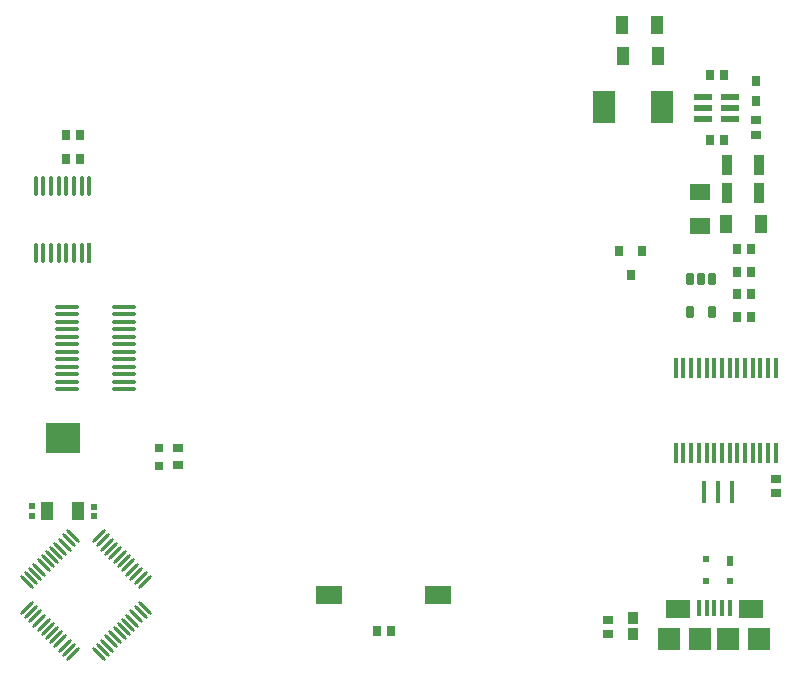
<source format=gbp>
G04*
G04 #@! TF.GenerationSoftware,Altium Limited,Altium Designer,22.4.2 (48)*
G04*
G04 Layer_Color=128*
%FSLAX25Y25*%
%MOIN*%
G70*
G04*
G04 #@! TF.SameCoordinates,FFA694D2-1829-43A5-BD7A-47FC6BC8C01B*
G04*
G04*
G04 #@! TF.FilePolarity,Positive*
G04*
G01*
G75*
%ADD15R,0.03543X0.02559*%
%ADD16R,0.03150X0.03150*%
%ADD22R,0.03543X0.02953*%
%ADD24R,0.02953X0.03543*%
%ADD61R,0.03642X0.06693*%
%ADD62R,0.01575X0.07480*%
%ADD63R,0.04134X0.06299*%
G04:AMPARAMS|DCode=64|XSize=11.81mil|YSize=62.99mil|CornerRadius=0mil|HoleSize=0mil|Usage=FLASHONLY|Rotation=225.000|XOffset=0mil|YOffset=0mil|HoleType=Round|Shape=Round|*
%AMOVALD64*
21,1,0.05118,0.01181,0.00000,0.00000,315.0*
1,1,0.01181,-0.01810,0.01810*
1,1,0.01181,0.01810,-0.01810*
%
%ADD64OVALD64*%

G04:AMPARAMS|DCode=65|XSize=11.81mil|YSize=62.99mil|CornerRadius=0mil|HoleSize=0mil|Usage=FLASHONLY|Rotation=135.000|XOffset=0mil|YOffset=0mil|HoleType=Round|Shape=Round|*
%AMOVALD65*
21,1,0.05118,0.01181,0.00000,0.00000,225.0*
1,1,0.01181,0.01810,0.01810*
1,1,0.01181,-0.01810,-0.01810*
%
%ADD65OVALD65*%

%ADD66R,0.02047X0.02047*%
%ADD67R,0.03150X0.03543*%
%ADD68R,0.01499X0.06517*%
G04:AMPARAMS|DCode=69|XSize=65.17mil|YSize=14.99mil|CornerRadius=7.5mil|HoleSize=0mil|Usage=FLASHONLY|Rotation=90.000|XOffset=0mil|YOffset=0mil|HoleType=Round|Shape=RoundedRectangle|*
%AMROUNDEDRECTD69*
21,1,0.06517,0.00000,0,0,90.0*
21,1,0.05018,0.01499,0,0,90.0*
1,1,0.01499,0.00000,0.02509*
1,1,0.01499,0.00000,-0.02509*
1,1,0.01499,0.00000,-0.02509*
1,1,0.01499,0.00000,0.02509*
%
%ADD69ROUNDEDRECTD69*%
%ADD70R,0.08661X0.06299*%
%ADD71R,0.08583X0.06299*%
%ADD74O,0.08661X0.01378*%
%ADD75R,0.03937X0.06299*%
%ADD76R,0.11811X0.09843*%
%ADD77R,0.07480X0.07480*%
%ADD78R,0.08268X0.06299*%
%ADD79R,0.01575X0.05315*%
%ADD80R,0.01772X0.06890*%
G04:AMPARAMS|DCode=81|XSize=23.62mil|YSize=39.37mil|CornerRadius=2.01mil|HoleSize=0mil|Usage=FLASHONLY|Rotation=180.000|XOffset=0mil|YOffset=0mil|HoleType=Round|Shape=RoundedRectangle|*
%AMROUNDEDRECTD81*
21,1,0.02362,0.03535,0,0,180.0*
21,1,0.01961,0.03937,0,0,180.0*
1,1,0.00402,-0.00980,0.01768*
1,1,0.00402,0.00980,0.01768*
1,1,0.00402,0.00980,-0.01768*
1,1,0.00402,-0.00980,-0.01768*
%
%ADD81ROUNDEDRECTD81*%
%ADD82R,0.03347X0.02756*%
%ADD83R,0.07500X0.11000*%
%ADD84R,0.03773X0.03961*%
%ADD85R,0.07087X0.05276*%
G04:AMPARAMS|DCode=86|XSize=57.09mil|YSize=23.23mil|CornerRadius=2.9mil|HoleSize=0mil|Usage=FLASHONLY|Rotation=0.000|XOffset=0mil|YOffset=0mil|HoleType=Round|Shape=RoundedRectangle|*
%AMROUNDEDRECTD86*
21,1,0.05709,0.01742,0,0,0.0*
21,1,0.05128,0.02323,0,0,0.0*
1,1,0.00581,0.02564,-0.00871*
1,1,0.00581,-0.02564,-0.00871*
1,1,0.00581,-0.02564,0.00871*
1,1,0.00581,0.02564,0.00871*
%
%ADD86ROUNDEDRECTD86*%
%ADD103R,0.02362X0.03543*%
%ADD104R,0.02362X0.01968*%
D15*
X-70100Y-39854D02*
D03*
Y-34146D02*
D03*
D16*
X-76500Y-34047D02*
D03*
Y-39953D02*
D03*
D22*
X129100Y-48962D02*
D03*
Y-44238D02*
D03*
X73100Y-96062D02*
D03*
X73131Y-91338D02*
D03*
D24*
X116238Y24600D02*
D03*
X120962D02*
D03*
X862Y-95000D02*
D03*
X-3862D02*
D03*
X-102638Y70100D02*
D03*
X-107362D02*
D03*
X-102738Y62300D02*
D03*
X-107462D02*
D03*
X116238Y32200D02*
D03*
X120962D02*
D03*
X116238Y17100D02*
D03*
X120962D02*
D03*
X116200Y9500D02*
D03*
X120924D02*
D03*
X111962Y68600D02*
D03*
X107238D02*
D03*
X111962Y90200D02*
D03*
X107238D02*
D03*
D61*
X112936Y51000D02*
D03*
X123664D02*
D03*
Y60400D02*
D03*
X112936D02*
D03*
D62*
X105276Y-48700D02*
D03*
X110000D02*
D03*
X114724D02*
D03*
D63*
X89807Y96600D02*
D03*
X78193D02*
D03*
X112493Y40500D02*
D03*
X124107D02*
D03*
X78093Y106800D02*
D03*
X89707D02*
D03*
D64*
X-83957Y-90199D02*
D03*
X-96485Y-102726D02*
D03*
X-90917Y-97159D02*
D03*
X-89525Y-95767D02*
D03*
X-105115Y-63474D02*
D03*
X-106507Y-64866D02*
D03*
X-107899Y-66258D02*
D03*
X-109291Y-67649D02*
D03*
X-110683Y-69041D02*
D03*
X-112075Y-70433D02*
D03*
X-113467Y-71825D02*
D03*
X-114859Y-73217D02*
D03*
X-116251Y-74609D02*
D03*
X-117642Y-76001D02*
D03*
X-119034Y-77393D02*
D03*
X-120426Y-78785D02*
D03*
X-95093Y-101335D02*
D03*
X-93701Y-99942D02*
D03*
X-92309Y-98551D02*
D03*
X-88133Y-94375D02*
D03*
X-86741Y-92983D02*
D03*
X-85349Y-91591D02*
D03*
X-82565Y-88807D02*
D03*
X-81174Y-87415D02*
D03*
D65*
X-105115Y-102726D02*
D03*
X-120426Y-87415D02*
D03*
X-119034Y-88807D02*
D03*
X-117642Y-90199D02*
D03*
X-116251Y-91591D02*
D03*
X-114859Y-92983D02*
D03*
X-113467Y-94375D02*
D03*
X-112075Y-95767D02*
D03*
X-110683Y-97159D02*
D03*
X-109291Y-98551D02*
D03*
X-107899Y-99942D02*
D03*
X-106507Y-101335D02*
D03*
X-81174Y-78785D02*
D03*
X-82565Y-77393D02*
D03*
X-83957Y-76001D02*
D03*
X-85349Y-74609D02*
D03*
X-86741Y-73217D02*
D03*
X-88133Y-71825D02*
D03*
X-89525Y-70433D02*
D03*
X-90917Y-69041D02*
D03*
X-92309Y-67649D02*
D03*
X-93701Y-66258D02*
D03*
X-95093Y-64866D02*
D03*
X-96485Y-63474D02*
D03*
D66*
X-98000Y-56875D02*
D03*
Y-53725D02*
D03*
X-118800Y-53525D02*
D03*
Y-56675D02*
D03*
D67*
X80800Y23663D02*
D03*
X84540Y31537D02*
D03*
X77060D02*
D03*
X122500Y88147D02*
D03*
Y81454D02*
D03*
D68*
X-99643Y30876D02*
D03*
D69*
X-102202D02*
D03*
X-104761D02*
D03*
X-107320D02*
D03*
X-109880D02*
D03*
X-112439D02*
D03*
X-114998D02*
D03*
X-117557D02*
D03*
Y53124D02*
D03*
X-114998D02*
D03*
X-112439D02*
D03*
X-109880D02*
D03*
X-107320D02*
D03*
X-104761D02*
D03*
X-102202D02*
D03*
X-99643D02*
D03*
D70*
X-19590Y-83000D02*
D03*
D71*
X16590D02*
D03*
D74*
X-106949Y-14550D02*
D03*
Y-12050D02*
D03*
Y-9550D02*
D03*
Y-7050D02*
D03*
Y-4550D02*
D03*
Y-2050D02*
D03*
Y450D02*
D03*
Y2950D02*
D03*
Y5450D02*
D03*
Y7950D02*
D03*
Y10450D02*
D03*
Y12950D02*
D03*
X-88051Y-14550D02*
D03*
Y-12050D02*
D03*
Y-9550D02*
D03*
Y-7050D02*
D03*
Y-4550D02*
D03*
Y-2050D02*
D03*
Y450D02*
D03*
Y2950D02*
D03*
Y5450D02*
D03*
Y7950D02*
D03*
Y10450D02*
D03*
Y12950D02*
D03*
D75*
X-103364Y-55200D02*
D03*
X-113600D02*
D03*
D76*
X-108482Y-30594D02*
D03*
D77*
X93715Y-97800D02*
D03*
X123636D02*
D03*
X103951D02*
D03*
X113400D02*
D03*
D78*
X96471Y-87761D02*
D03*
X120880D02*
D03*
D79*
X103558Y-87269D02*
D03*
X106116D02*
D03*
X108676D02*
D03*
X111235D02*
D03*
X113794D02*
D03*
D80*
X129134Y-7527D02*
D03*
X126575D02*
D03*
X124016D02*
D03*
X121457D02*
D03*
X118898D02*
D03*
X116339D02*
D03*
X113779D02*
D03*
X111221D02*
D03*
X108661D02*
D03*
X106102D02*
D03*
X103543D02*
D03*
X100984D02*
D03*
X98425D02*
D03*
X95866D02*
D03*
Y-35873D02*
D03*
X98425D02*
D03*
X100984D02*
D03*
X103543D02*
D03*
X106102D02*
D03*
X108661D02*
D03*
X111221D02*
D03*
X113779D02*
D03*
X116339D02*
D03*
X118898D02*
D03*
X121457D02*
D03*
X124016D02*
D03*
X126575D02*
D03*
X129134D02*
D03*
D81*
X100460Y22213D02*
D03*
X104200D02*
D03*
X107940D02*
D03*
Y11387D02*
D03*
X100460D02*
D03*
D82*
X122600Y75261D02*
D03*
Y70339D02*
D03*
D83*
X72050Y79500D02*
D03*
X91150D02*
D03*
D84*
X81500Y-96160D02*
D03*
Y-90640D02*
D03*
D85*
X103900Y51230D02*
D03*
Y39970D02*
D03*
D86*
X104853Y75560D02*
D03*
Y79300D02*
D03*
Y83040D02*
D03*
X113947D02*
D03*
Y79300D02*
D03*
Y75560D02*
D03*
D103*
X113837Y-71747D02*
D03*
D104*
X113818Y-78445D02*
D03*
X105944Y-78445D02*
D03*
X105982Y-70956D02*
D03*
M02*

</source>
